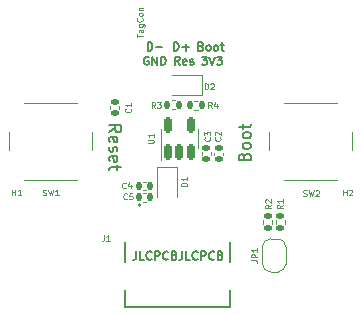
<source format=gto>
G04 #@! TF.GenerationSoftware,KiCad,Pcbnew,(6.0.10)*
G04 #@! TF.CreationDate,2023-07-05T14:15:12+02:00*
G04 #@! TF.ProjectId,USB-Tag,5553422d-5461-4672-9e6b-696361645f70,rev?*
G04 #@! TF.SameCoordinates,Original*
G04 #@! TF.FileFunction,Legend,Top*
G04 #@! TF.FilePolarity,Positive*
%FSLAX46Y46*%
G04 Gerber Fmt 4.6, Leading zero omitted, Abs format (unit mm)*
G04 Created by KiCad (PCBNEW (6.0.10)) date 2023-07-05 14:15:12*
%MOMM*%
%LPD*%
G01*
G04 APERTURE LIST*
G04 Aperture macros list*
%AMRoundRect*
0 Rectangle with rounded corners*
0 $1 Rounding radius*
0 $2 $3 $4 $5 $6 $7 $8 $9 X,Y pos of 4 corners*
0 Add a 4 corners polygon primitive as box body*
4,1,4,$2,$3,$4,$5,$6,$7,$8,$9,$2,$3,0*
0 Add four circle primitives for the rounded corners*
1,1,$1+$1,$2,$3*
1,1,$1+$1,$4,$5*
1,1,$1+$1,$6,$7*
1,1,$1+$1,$8,$9*
0 Add four rect primitives between the rounded corners*
20,1,$1+$1,$2,$3,$4,$5,0*
20,1,$1+$1,$4,$5,$6,$7,0*
20,1,$1+$1,$6,$7,$8,$9,0*
20,1,$1+$1,$8,$9,$2,$3,0*%
%AMFreePoly0*
4,1,22,0.500000,-0.750000,0.000000,-0.750000,0.000000,-0.745033,-0.079941,-0.743568,-0.215256,-0.701293,-0.333266,-0.622738,-0.424486,-0.514219,-0.481581,-0.384460,-0.499164,-0.250000,-0.500000,-0.250000,-0.500000,0.250000,-0.499164,0.250000,-0.499963,0.256109,-0.478152,0.396186,-0.417904,0.524511,-0.324060,0.630769,-0.204165,0.706417,-0.067858,0.745374,0.000000,0.744959,0.000000,0.750000,
0.500000,0.750000,0.500000,-0.750000,0.500000,-0.750000,$1*%
%AMFreePoly1*
4,1,20,0.000000,0.744959,0.073905,0.744508,0.209726,0.703889,0.328688,0.626782,0.421226,0.519385,0.479903,0.390333,0.500000,0.250000,0.500000,-0.250000,0.499851,-0.262216,0.476331,-0.402017,0.414519,-0.529596,0.319384,-0.634700,0.198574,-0.708877,0.061801,-0.746166,0.000000,-0.745033,0.000000,-0.750000,-0.500000,-0.750000,-0.500000,0.750000,0.000000,0.750000,0.000000,0.744959,
0.000000,0.744959,$1*%
G04 Aperture macros list end*
%ADD10C,0.150000*%
%ADD11C,0.175000*%
%ADD12C,0.100000*%
%ADD13C,0.120000*%
%ADD14C,0.127000*%
%ADD15C,0.200000*%
%ADD16C,0.010000*%
%ADD17RoundRect,0.135000X-0.185000X0.135000X-0.185000X-0.135000X0.185000X-0.135000X0.185000X0.135000X0*%
%ADD18FreePoly0,90.000000*%
%ADD19FreePoly1,90.000000*%
%ADD20C,0.600000*%
%ADD21O,0.900000X2.000000*%
%ADD22O,0.900000X1.700000*%
%ADD23RoundRect,0.150000X0.150000X-0.512500X0.150000X0.512500X-0.150000X0.512500X-0.150000X-0.512500X0*%
%ADD24RoundRect,0.135000X-0.135000X-0.185000X0.135000X-0.185000X0.135000X0.185000X-0.135000X0.185000X0*%
%ADD25RoundRect,0.140000X0.170000X-0.140000X0.170000X0.140000X-0.170000X0.140000X-0.170000X-0.140000X0*%
%ADD26C,2.000000*%
%ADD27C,0.800000*%
%ADD28C,7.000000*%
%ADD29RoundRect,0.135000X0.135000X0.185000X-0.135000X0.185000X-0.135000X-0.185000X0.135000X-0.185000X0*%
%ADD30R,0.450000X0.600000*%
%ADD31RoundRect,0.140000X-0.140000X-0.170000X0.140000X-0.170000X0.140000X0.170000X-0.140000X0.170000X0*%
%ADD32RoundRect,0.140000X0.140000X0.170000X-0.140000X0.170000X-0.140000X-0.170000X0.140000X-0.170000X0*%
%ADD33RoundRect,0.140000X-0.170000X0.140000X-0.170000X-0.140000X0.170000X-0.140000X0.170000X0.140000X0*%
%ADD34R,0.600000X0.450000*%
%ADD35R,1.150000X1.150000*%
%ADD36C,1.150000*%
G04 APERTURE END LIST*
D10*
X139216666Y-105266666D02*
X139216666Y-105766666D01*
X139183333Y-105866666D01*
X139116666Y-105933333D01*
X139016666Y-105966666D01*
X138950000Y-105966666D01*
X139883333Y-105966666D02*
X139550000Y-105966666D01*
X139550000Y-105266666D01*
X140516666Y-105900000D02*
X140483333Y-105933333D01*
X140383333Y-105966666D01*
X140316666Y-105966666D01*
X140216666Y-105933333D01*
X140150000Y-105866666D01*
X140116666Y-105800000D01*
X140083333Y-105666666D01*
X140083333Y-105566666D01*
X140116666Y-105433333D01*
X140150000Y-105366666D01*
X140216666Y-105300000D01*
X140316666Y-105266666D01*
X140383333Y-105266666D01*
X140483333Y-105300000D01*
X140516666Y-105333333D01*
X140816666Y-105966666D02*
X140816666Y-105266666D01*
X141083333Y-105266666D01*
X141150000Y-105300000D01*
X141183333Y-105333333D01*
X141216666Y-105400000D01*
X141216666Y-105500000D01*
X141183333Y-105566666D01*
X141150000Y-105600000D01*
X141083333Y-105633333D01*
X140816666Y-105633333D01*
X141916666Y-105900000D02*
X141883333Y-105933333D01*
X141783333Y-105966666D01*
X141716666Y-105966666D01*
X141616666Y-105933333D01*
X141550000Y-105866666D01*
X141516666Y-105800000D01*
X141483333Y-105666666D01*
X141483333Y-105566666D01*
X141516666Y-105433333D01*
X141550000Y-105366666D01*
X141616666Y-105300000D01*
X141716666Y-105266666D01*
X141783333Y-105266666D01*
X141883333Y-105300000D01*
X141916666Y-105333333D01*
X142450000Y-105600000D02*
X142550000Y-105633333D01*
X142583333Y-105666666D01*
X142616666Y-105733333D01*
X142616666Y-105833333D01*
X142583333Y-105900000D01*
X142550000Y-105933333D01*
X142483333Y-105966666D01*
X142216666Y-105966666D01*
X142216666Y-105266666D01*
X142450000Y-105266666D01*
X142516666Y-105300000D01*
X142550000Y-105333333D01*
X142583333Y-105400000D01*
X142583333Y-105466666D01*
X142550000Y-105533333D01*
X142516666Y-105566666D01*
X142450000Y-105600000D01*
X142216666Y-105600000D01*
X143116666Y-105266666D02*
X143116666Y-105766666D01*
X143083333Y-105866666D01*
X143016666Y-105933333D01*
X142916666Y-105966666D01*
X142850000Y-105966666D01*
X143783333Y-105966666D02*
X143450000Y-105966666D01*
X143450000Y-105266666D01*
X144416666Y-105900000D02*
X144383333Y-105933333D01*
X144283333Y-105966666D01*
X144216666Y-105966666D01*
X144116666Y-105933333D01*
X144050000Y-105866666D01*
X144016666Y-105800000D01*
X143983333Y-105666666D01*
X143983333Y-105566666D01*
X144016666Y-105433333D01*
X144050000Y-105366666D01*
X144116666Y-105300000D01*
X144216666Y-105266666D01*
X144283333Y-105266666D01*
X144383333Y-105300000D01*
X144416666Y-105333333D01*
X144716666Y-105966666D02*
X144716666Y-105266666D01*
X144983333Y-105266666D01*
X145050000Y-105300000D01*
X145083333Y-105333333D01*
X145116666Y-105400000D01*
X145116666Y-105500000D01*
X145083333Y-105566666D01*
X145050000Y-105600000D01*
X144983333Y-105633333D01*
X144716666Y-105633333D01*
X145816666Y-105900000D02*
X145783333Y-105933333D01*
X145683333Y-105966666D01*
X145616666Y-105966666D01*
X145516666Y-105933333D01*
X145450000Y-105866666D01*
X145416666Y-105800000D01*
X145383333Y-105666666D01*
X145383333Y-105566666D01*
X145416666Y-105433333D01*
X145450000Y-105366666D01*
X145516666Y-105300000D01*
X145616666Y-105266666D01*
X145683333Y-105266666D01*
X145783333Y-105300000D01*
X145816666Y-105333333D01*
X146350000Y-105600000D02*
X146450000Y-105633333D01*
X146483333Y-105666666D01*
X146516666Y-105733333D01*
X146516666Y-105833333D01*
X146483333Y-105900000D01*
X146450000Y-105933333D01*
X146383333Y-105966666D01*
X146116666Y-105966666D01*
X146116666Y-105266666D01*
X146350000Y-105266666D01*
X146416666Y-105300000D01*
X146450000Y-105333333D01*
X146483333Y-105400000D01*
X146483333Y-105466666D01*
X146450000Y-105533333D01*
X146416666Y-105566666D01*
X146350000Y-105600000D01*
X146116666Y-105600000D01*
D11*
X144716666Y-87900000D02*
X144816666Y-87933333D01*
X144850000Y-87966666D01*
X144883333Y-88033333D01*
X144883333Y-88133333D01*
X144850000Y-88200000D01*
X144816666Y-88233333D01*
X144750000Y-88266666D01*
X144483333Y-88266666D01*
X144483333Y-87566666D01*
X144716666Y-87566666D01*
X144783333Y-87600000D01*
X144816666Y-87633333D01*
X144850000Y-87700000D01*
X144850000Y-87766666D01*
X144816666Y-87833333D01*
X144783333Y-87866666D01*
X144716666Y-87900000D01*
X144483333Y-87900000D01*
X145283333Y-88266666D02*
X145216666Y-88233333D01*
X145183333Y-88200000D01*
X145150000Y-88133333D01*
X145150000Y-87933333D01*
X145183333Y-87866666D01*
X145216666Y-87833333D01*
X145283333Y-87800000D01*
X145383333Y-87800000D01*
X145450000Y-87833333D01*
X145483333Y-87866666D01*
X145516666Y-87933333D01*
X145516666Y-88133333D01*
X145483333Y-88200000D01*
X145450000Y-88233333D01*
X145383333Y-88266666D01*
X145283333Y-88266666D01*
X145916666Y-88266666D02*
X145850000Y-88233333D01*
X145816666Y-88200000D01*
X145783333Y-88133333D01*
X145783333Y-87933333D01*
X145816666Y-87866666D01*
X145850000Y-87833333D01*
X145916666Y-87800000D01*
X146016666Y-87800000D01*
X146083333Y-87833333D01*
X146116666Y-87866666D01*
X146150000Y-87933333D01*
X146150000Y-88133333D01*
X146116666Y-88200000D01*
X146083333Y-88233333D01*
X146016666Y-88266666D01*
X145916666Y-88266666D01*
X146350000Y-87800000D02*
X146616666Y-87800000D01*
X146450000Y-87566666D02*
X146450000Y-88166666D01*
X146483333Y-88233333D01*
X146550000Y-88266666D01*
X146616666Y-88266666D01*
X142433333Y-88266666D02*
X142433333Y-87566666D01*
X142600000Y-87566666D01*
X142700000Y-87600000D01*
X142766666Y-87666666D01*
X142800000Y-87733333D01*
X142833333Y-87866666D01*
X142833333Y-87966666D01*
X142800000Y-88100000D01*
X142766666Y-88166666D01*
X142700000Y-88233333D01*
X142600000Y-88266666D01*
X142433333Y-88266666D01*
X143133333Y-88000000D02*
X143666666Y-88000000D01*
X143400000Y-88266666D02*
X143400000Y-87733333D01*
X140183333Y-88266666D02*
X140183333Y-87566666D01*
X140350000Y-87566666D01*
X140450000Y-87600000D01*
X140516666Y-87666666D01*
X140550000Y-87733333D01*
X140583333Y-87866666D01*
X140583333Y-87966666D01*
X140550000Y-88100000D01*
X140516666Y-88166666D01*
X140450000Y-88233333D01*
X140350000Y-88266666D01*
X140183333Y-88266666D01*
X140883333Y-88000000D02*
X141416666Y-88000000D01*
X142908333Y-89466666D02*
X142675000Y-89133333D01*
X142508333Y-89466666D02*
X142508333Y-88766666D01*
X142775000Y-88766666D01*
X142841666Y-88800000D01*
X142875000Y-88833333D01*
X142908333Y-88900000D01*
X142908333Y-89000000D01*
X142875000Y-89066666D01*
X142841666Y-89100000D01*
X142775000Y-89133333D01*
X142508333Y-89133333D01*
X143475000Y-89433333D02*
X143408333Y-89466666D01*
X143275000Y-89466666D01*
X143208333Y-89433333D01*
X143175000Y-89366666D01*
X143175000Y-89100000D01*
X143208333Y-89033333D01*
X143275000Y-89000000D01*
X143408333Y-89000000D01*
X143475000Y-89033333D01*
X143508333Y-89100000D01*
X143508333Y-89166666D01*
X143175000Y-89233333D01*
X143775000Y-89433333D02*
X143841666Y-89466666D01*
X143975000Y-89466666D01*
X144041666Y-89433333D01*
X144075000Y-89366666D01*
X144075000Y-89333333D01*
X144041666Y-89266666D01*
X143975000Y-89233333D01*
X143875000Y-89233333D01*
X143808333Y-89200000D01*
X143775000Y-89133333D01*
X143775000Y-89100000D01*
X143808333Y-89033333D01*
X143875000Y-89000000D01*
X143975000Y-89000000D01*
X144041666Y-89033333D01*
X140266666Y-88800000D02*
X140200000Y-88766666D01*
X140100000Y-88766666D01*
X140000000Y-88800000D01*
X139933333Y-88866666D01*
X139900000Y-88933333D01*
X139866666Y-89066666D01*
X139866666Y-89166666D01*
X139900000Y-89300000D01*
X139933333Y-89366666D01*
X140000000Y-89433333D01*
X140100000Y-89466666D01*
X140166666Y-89466666D01*
X140266666Y-89433333D01*
X140300000Y-89400000D01*
X140300000Y-89166666D01*
X140166666Y-89166666D01*
X140600000Y-89466666D02*
X140600000Y-88766666D01*
X141000000Y-89466666D01*
X141000000Y-88766666D01*
X141333333Y-89466666D02*
X141333333Y-88766666D01*
X141500000Y-88766666D01*
X141600000Y-88800000D01*
X141666666Y-88866666D01*
X141700000Y-88933333D01*
X141733333Y-89066666D01*
X141733333Y-89166666D01*
X141700000Y-89300000D01*
X141666666Y-89366666D01*
X141600000Y-89433333D01*
X141500000Y-89466666D01*
X141333333Y-89466666D01*
X144783333Y-88766666D02*
X145216666Y-88766666D01*
X144983333Y-89033333D01*
X145083333Y-89033333D01*
X145150000Y-89066666D01*
X145183333Y-89100000D01*
X145216666Y-89166666D01*
X145216666Y-89333333D01*
X145183333Y-89400000D01*
X145150000Y-89433333D01*
X145083333Y-89466666D01*
X144883333Y-89466666D01*
X144816666Y-89433333D01*
X144783333Y-89400000D01*
X145416666Y-88766666D02*
X145650000Y-89466666D01*
X145883333Y-88766666D01*
X146050000Y-88766666D02*
X146483333Y-88766666D01*
X146250000Y-89033333D01*
X146350000Y-89033333D01*
X146416666Y-89066666D01*
X146450000Y-89100000D01*
X146483333Y-89166666D01*
X146483333Y-89333333D01*
X146450000Y-89400000D01*
X146416666Y-89433333D01*
X146350000Y-89466666D01*
X146150000Y-89466666D01*
X146083333Y-89433333D01*
X146050000Y-89400000D01*
D10*
X148388771Y-97219047D02*
X148436390Y-97076190D01*
X148484009Y-97028571D01*
X148579247Y-96980952D01*
X148722104Y-96980952D01*
X148817342Y-97028571D01*
X148864961Y-97076190D01*
X148912580Y-97171428D01*
X148912580Y-97552380D01*
X147912580Y-97552380D01*
X147912580Y-97219047D01*
X147960200Y-97123809D01*
X148007819Y-97076190D01*
X148103057Y-97028571D01*
X148198295Y-97028571D01*
X148293533Y-97076190D01*
X148341152Y-97123809D01*
X148388771Y-97219047D01*
X148388771Y-97552380D01*
X148912580Y-96409523D02*
X148864961Y-96504761D01*
X148817342Y-96552380D01*
X148722104Y-96600000D01*
X148436390Y-96600000D01*
X148341152Y-96552380D01*
X148293533Y-96504761D01*
X148245914Y-96409523D01*
X148245914Y-96266666D01*
X148293533Y-96171428D01*
X148341152Y-96123809D01*
X148436390Y-96076190D01*
X148722104Y-96076190D01*
X148817342Y-96123809D01*
X148864961Y-96171428D01*
X148912580Y-96266666D01*
X148912580Y-96409523D01*
X148912580Y-95504761D02*
X148864961Y-95600000D01*
X148817342Y-95647619D01*
X148722104Y-95695238D01*
X148436390Y-95695238D01*
X148341152Y-95647619D01*
X148293533Y-95600000D01*
X148245914Y-95504761D01*
X148245914Y-95361904D01*
X148293533Y-95266666D01*
X148341152Y-95219047D01*
X148436390Y-95171428D01*
X148722104Y-95171428D01*
X148817342Y-95219047D01*
X148864961Y-95266666D01*
X148912580Y-95361904D01*
X148912580Y-95504761D01*
X148245914Y-94885714D02*
X148245914Y-94504761D01*
X147912580Y-94742857D02*
X148769723Y-94742857D01*
X148864961Y-94695238D01*
X148912580Y-94600000D01*
X148912580Y-94504761D01*
X136947619Y-95161904D02*
X137423809Y-94828571D01*
X136947619Y-94590476D02*
X137947619Y-94590476D01*
X137947619Y-94971428D01*
X137900000Y-95066666D01*
X137852380Y-95114285D01*
X137757142Y-95161904D01*
X137614285Y-95161904D01*
X137519047Y-95114285D01*
X137471428Y-95066666D01*
X137423809Y-94971428D01*
X137423809Y-94590476D01*
X136995238Y-95971428D02*
X136947619Y-95876190D01*
X136947619Y-95685714D01*
X136995238Y-95590476D01*
X137090476Y-95542857D01*
X137471428Y-95542857D01*
X137566666Y-95590476D01*
X137614285Y-95685714D01*
X137614285Y-95876190D01*
X137566666Y-95971428D01*
X137471428Y-96019047D01*
X137376190Y-96019047D01*
X137280952Y-95542857D01*
X136995238Y-96400000D02*
X136947619Y-96495238D01*
X136947619Y-96685714D01*
X136995238Y-96780952D01*
X137090476Y-96828571D01*
X137138095Y-96828571D01*
X137233333Y-96780952D01*
X137280952Y-96685714D01*
X137280952Y-96542857D01*
X137328571Y-96447619D01*
X137423809Y-96400000D01*
X137471428Y-96400000D01*
X137566666Y-96447619D01*
X137614285Y-96542857D01*
X137614285Y-96685714D01*
X137566666Y-96780952D01*
X136995238Y-97638095D02*
X136947619Y-97542857D01*
X136947619Y-97352380D01*
X136995238Y-97257142D01*
X137090476Y-97209523D01*
X137471428Y-97209523D01*
X137566666Y-97257142D01*
X137614285Y-97352380D01*
X137614285Y-97542857D01*
X137566666Y-97638095D01*
X137471428Y-97685714D01*
X137376190Y-97685714D01*
X137280952Y-97209523D01*
X137614285Y-97971428D02*
X137614285Y-98352380D01*
X137947619Y-98114285D02*
X137090476Y-98114285D01*
X136995238Y-98161904D01*
X136947619Y-98257142D01*
X136947619Y-98352380D01*
D12*
X150626190Y-101333333D02*
X150388095Y-101500000D01*
X150626190Y-101619047D02*
X150126190Y-101619047D01*
X150126190Y-101428571D01*
X150150000Y-101380952D01*
X150173809Y-101357142D01*
X150221428Y-101333333D01*
X150292857Y-101333333D01*
X150340476Y-101357142D01*
X150364285Y-101380952D01*
X150388095Y-101428571D01*
X150388095Y-101619047D01*
X150173809Y-101142857D02*
X150150000Y-101119047D01*
X150126190Y-101071428D01*
X150126190Y-100952380D01*
X150150000Y-100904761D01*
X150173809Y-100880952D01*
X150221428Y-100857142D01*
X150269047Y-100857142D01*
X150340476Y-100880952D01*
X150626190Y-101166666D01*
X150626190Y-100857142D01*
X151626190Y-101333333D02*
X151388095Y-101500000D01*
X151626190Y-101619047D02*
X151126190Y-101619047D01*
X151126190Y-101428571D01*
X151150000Y-101380952D01*
X151173809Y-101357142D01*
X151221428Y-101333333D01*
X151292857Y-101333333D01*
X151340476Y-101357142D01*
X151364285Y-101380952D01*
X151388095Y-101428571D01*
X151388095Y-101619047D01*
X151626190Y-100857142D02*
X151626190Y-101142857D01*
X151626190Y-101000000D02*
X151126190Y-101000000D01*
X151197619Y-101047619D01*
X151245238Y-101095238D01*
X151269047Y-101142857D01*
X148976190Y-106016666D02*
X149333333Y-106016666D01*
X149404761Y-106040476D01*
X149452380Y-106088095D01*
X149476190Y-106159523D01*
X149476190Y-106207142D01*
X149476190Y-105778571D02*
X148976190Y-105778571D01*
X148976190Y-105588095D01*
X149000000Y-105540476D01*
X149023809Y-105516666D01*
X149071428Y-105492857D01*
X149142857Y-105492857D01*
X149190476Y-105516666D01*
X149214285Y-105540476D01*
X149238095Y-105588095D01*
X149238095Y-105778571D01*
X149476190Y-105016666D02*
X149476190Y-105302380D01*
X149476190Y-105159523D02*
X148976190Y-105159523D01*
X149047619Y-105207142D01*
X149095238Y-105254761D01*
X149119047Y-105302380D01*
X136483333Y-103876190D02*
X136483333Y-104233333D01*
X136459523Y-104304761D01*
X136411904Y-104352380D01*
X136340476Y-104376190D01*
X136292857Y-104376190D01*
X136983333Y-104376190D02*
X136697619Y-104376190D01*
X136840476Y-104376190D02*
X136840476Y-103876190D01*
X136792857Y-103947619D01*
X136745238Y-103995238D01*
X136697619Y-104019047D01*
X140201190Y-96088152D02*
X140605952Y-96088152D01*
X140653571Y-96064342D01*
X140677380Y-96040533D01*
X140701190Y-95992914D01*
X140701190Y-95897676D01*
X140677380Y-95850057D01*
X140653571Y-95826247D01*
X140605952Y-95802438D01*
X140201190Y-95802438D01*
X140701190Y-95302438D02*
X140701190Y-95588152D01*
X140701190Y-95445295D02*
X140201190Y-95445295D01*
X140272619Y-95492914D01*
X140320238Y-95540533D01*
X140344047Y-95588152D01*
X140816666Y-93126190D02*
X140650000Y-92888095D01*
X140530952Y-93126190D02*
X140530952Y-92626190D01*
X140721428Y-92626190D01*
X140769047Y-92650000D01*
X140792857Y-92673809D01*
X140816666Y-92721428D01*
X140816666Y-92792857D01*
X140792857Y-92840476D01*
X140769047Y-92864285D01*
X140721428Y-92888095D01*
X140530952Y-92888095D01*
X140983333Y-92626190D02*
X141292857Y-92626190D01*
X141126190Y-92816666D01*
X141197619Y-92816666D01*
X141245238Y-92840476D01*
X141269047Y-92864285D01*
X141292857Y-92911904D01*
X141292857Y-93030952D01*
X141269047Y-93078571D01*
X141245238Y-93102380D01*
X141197619Y-93126190D01*
X141054761Y-93126190D01*
X141007142Y-93102380D01*
X140983333Y-93078571D01*
X145441171Y-95612733D02*
X145464980Y-95636542D01*
X145488790Y-95707971D01*
X145488790Y-95755590D01*
X145464980Y-95827019D01*
X145417361Y-95874638D01*
X145369742Y-95898447D01*
X145274504Y-95922257D01*
X145203076Y-95922257D01*
X145107838Y-95898447D01*
X145060219Y-95874638D01*
X145012600Y-95827019D01*
X144988790Y-95755590D01*
X144988790Y-95707971D01*
X145012600Y-95636542D01*
X145036409Y-95612733D01*
X144988790Y-95446066D02*
X144988790Y-95136542D01*
X145179266Y-95303209D01*
X145179266Y-95231780D01*
X145203076Y-95184161D01*
X145226885Y-95160352D01*
X145274504Y-95136542D01*
X145393552Y-95136542D01*
X145441171Y-95160352D01*
X145464980Y-95184161D01*
X145488790Y-95231780D01*
X145488790Y-95374638D01*
X145464980Y-95422257D01*
X145441171Y-95446066D01*
X131311733Y-100506980D02*
X131383161Y-100530790D01*
X131502209Y-100530790D01*
X131549828Y-100506980D01*
X131573638Y-100483171D01*
X131597447Y-100435552D01*
X131597447Y-100387933D01*
X131573638Y-100340314D01*
X131549828Y-100316504D01*
X131502209Y-100292695D01*
X131406971Y-100268885D01*
X131359352Y-100245076D01*
X131335542Y-100221266D01*
X131311733Y-100173647D01*
X131311733Y-100126028D01*
X131335542Y-100078409D01*
X131359352Y-100054600D01*
X131406971Y-100030790D01*
X131526019Y-100030790D01*
X131597447Y-100054600D01*
X131764114Y-100030790D02*
X131883161Y-100530790D01*
X131978400Y-100173647D01*
X132073638Y-100530790D01*
X132192685Y-100030790D01*
X132645066Y-100530790D02*
X132359352Y-100530790D01*
X132502209Y-100530790D02*
X132502209Y-100030790D01*
X132454590Y-100102219D01*
X132406971Y-100149838D01*
X132359352Y-100173647D01*
X128701847Y-100526190D02*
X128701847Y-100026190D01*
X128701847Y-100264285D02*
X128987561Y-100264285D01*
X128987561Y-100526190D02*
X128987561Y-100026190D01*
X129487561Y-100526190D02*
X129201847Y-100526190D01*
X129344704Y-100526190D02*
X129344704Y-100026190D01*
X129297085Y-100097619D01*
X129249466Y-100145238D01*
X129201847Y-100169047D01*
X145616666Y-93126190D02*
X145450000Y-92888095D01*
X145330952Y-93126190D02*
X145330952Y-92626190D01*
X145521428Y-92626190D01*
X145569047Y-92650000D01*
X145592857Y-92673809D01*
X145616666Y-92721428D01*
X145616666Y-92792857D01*
X145592857Y-92840476D01*
X145569047Y-92864285D01*
X145521428Y-92888095D01*
X145330952Y-92888095D01*
X146045238Y-92792857D02*
X146045238Y-93126190D01*
X145926190Y-92602380D02*
X145807142Y-92959523D01*
X146116666Y-92959523D01*
X146330171Y-95612733D02*
X146353980Y-95636542D01*
X146377790Y-95707971D01*
X146377790Y-95755590D01*
X146353980Y-95827019D01*
X146306361Y-95874638D01*
X146258742Y-95898447D01*
X146163504Y-95922257D01*
X146092076Y-95922257D01*
X145996838Y-95898447D01*
X145949219Y-95874638D01*
X145901600Y-95827019D01*
X145877790Y-95755590D01*
X145877790Y-95707971D01*
X145901600Y-95636542D01*
X145925409Y-95612733D01*
X145925409Y-95422257D02*
X145901600Y-95398447D01*
X145877790Y-95350828D01*
X145877790Y-95231780D01*
X145901600Y-95184161D01*
X145925409Y-95160352D01*
X145973028Y-95136542D01*
X146020647Y-95136542D01*
X146092076Y-95160352D01*
X146377790Y-95446066D01*
X146377790Y-95136542D01*
X143526190Y-99719047D02*
X143026190Y-99719047D01*
X143026190Y-99600000D01*
X143050000Y-99528571D01*
X143097619Y-99480952D01*
X143145238Y-99457142D01*
X143240476Y-99433333D01*
X143311904Y-99433333D01*
X143407142Y-99457142D01*
X143454761Y-99480952D01*
X143502380Y-99528571D01*
X143526190Y-99600000D01*
X143526190Y-99719047D01*
X143526190Y-98957142D02*
X143526190Y-99242857D01*
X143526190Y-99100000D02*
X143026190Y-99100000D01*
X143097619Y-99147619D01*
X143145238Y-99195238D01*
X143169047Y-99242857D01*
X156743447Y-100526190D02*
X156743447Y-100026190D01*
X156743447Y-100264285D02*
X157029161Y-100264285D01*
X157029161Y-100526190D02*
X157029161Y-100026190D01*
X157243447Y-100073809D02*
X157267257Y-100050000D01*
X157314876Y-100026190D01*
X157433923Y-100026190D01*
X157481542Y-100050000D01*
X157505352Y-100073809D01*
X157529161Y-100121428D01*
X157529161Y-100169047D01*
X157505352Y-100240476D01*
X157219638Y-100526190D01*
X157529161Y-100526190D01*
X153358733Y-100557780D02*
X153430161Y-100581590D01*
X153549209Y-100581590D01*
X153596828Y-100557780D01*
X153620638Y-100533971D01*
X153644447Y-100486352D01*
X153644447Y-100438733D01*
X153620638Y-100391114D01*
X153596828Y-100367304D01*
X153549209Y-100343495D01*
X153453971Y-100319685D01*
X153406352Y-100295876D01*
X153382542Y-100272066D01*
X153358733Y-100224447D01*
X153358733Y-100176828D01*
X153382542Y-100129209D01*
X153406352Y-100105400D01*
X153453971Y-100081590D01*
X153573019Y-100081590D01*
X153644447Y-100105400D01*
X153811114Y-100081590D02*
X153930161Y-100581590D01*
X154025400Y-100224447D01*
X154120638Y-100581590D01*
X154239685Y-100081590D01*
X154406352Y-100129209D02*
X154430161Y-100105400D01*
X154477780Y-100081590D01*
X154596828Y-100081590D01*
X154644447Y-100105400D01*
X154668257Y-100129209D01*
X154692066Y-100176828D01*
X154692066Y-100224447D01*
X154668257Y-100295876D01*
X154382542Y-100581590D01*
X154692066Y-100581590D01*
X138338066Y-99887971D02*
X138314257Y-99911780D01*
X138242828Y-99935590D01*
X138195209Y-99935590D01*
X138123780Y-99911780D01*
X138076161Y-99864161D01*
X138052352Y-99816542D01*
X138028542Y-99721304D01*
X138028542Y-99649876D01*
X138052352Y-99554638D01*
X138076161Y-99507019D01*
X138123780Y-99459400D01*
X138195209Y-99435590D01*
X138242828Y-99435590D01*
X138314257Y-99459400D01*
X138338066Y-99483209D01*
X138766638Y-99602257D02*
X138766638Y-99935590D01*
X138647590Y-99411780D02*
X138528542Y-99768923D01*
X138838066Y-99768923D01*
X138439666Y-100802371D02*
X138415857Y-100826180D01*
X138344428Y-100849990D01*
X138296809Y-100849990D01*
X138225380Y-100826180D01*
X138177761Y-100778561D01*
X138153952Y-100730942D01*
X138130142Y-100635704D01*
X138130142Y-100564276D01*
X138153952Y-100469038D01*
X138177761Y-100421419D01*
X138225380Y-100373800D01*
X138296809Y-100349990D01*
X138344428Y-100349990D01*
X138415857Y-100373800D01*
X138439666Y-100397609D01*
X138892047Y-100349990D02*
X138653952Y-100349990D01*
X138630142Y-100588085D01*
X138653952Y-100564276D01*
X138701571Y-100540466D01*
X138820619Y-100540466D01*
X138868238Y-100564276D01*
X138892047Y-100588085D01*
X138915857Y-100635704D01*
X138915857Y-100754752D01*
X138892047Y-100802371D01*
X138868238Y-100826180D01*
X138820619Y-100849990D01*
X138701571Y-100849990D01*
X138653952Y-100826180D01*
X138630142Y-100802371D01*
X138738571Y-93183333D02*
X138762380Y-93207142D01*
X138786190Y-93278571D01*
X138786190Y-93326190D01*
X138762380Y-93397619D01*
X138714761Y-93445238D01*
X138667142Y-93469047D01*
X138571904Y-93492857D01*
X138500476Y-93492857D01*
X138405238Y-93469047D01*
X138357619Y-93445238D01*
X138310000Y-93397619D01*
X138286190Y-93326190D01*
X138286190Y-93278571D01*
X138310000Y-93207142D01*
X138333809Y-93183333D01*
X138786190Y-92707142D02*
X138786190Y-92992857D01*
X138786190Y-92850000D02*
X138286190Y-92850000D01*
X138357619Y-92897619D01*
X138405238Y-92945238D01*
X138429047Y-92992857D01*
X145030952Y-91526190D02*
X145030952Y-91026190D01*
X145150000Y-91026190D01*
X145221428Y-91050000D01*
X145269047Y-91097619D01*
X145292857Y-91145238D01*
X145316666Y-91240476D01*
X145316666Y-91311904D01*
X145292857Y-91407142D01*
X145269047Y-91454761D01*
X145221428Y-91502380D01*
X145150000Y-91526190D01*
X145030952Y-91526190D01*
X145507142Y-91073809D02*
X145530952Y-91050000D01*
X145578571Y-91026190D01*
X145697619Y-91026190D01*
X145745238Y-91050000D01*
X145769047Y-91073809D01*
X145792857Y-91121428D01*
X145792857Y-91169047D01*
X145769047Y-91240476D01*
X145483333Y-91526190D01*
X145792857Y-91526190D01*
X139276190Y-87147619D02*
X139276190Y-86861904D01*
X139776190Y-87004761D02*
X139276190Y-87004761D01*
X139776190Y-86480952D02*
X139514285Y-86480952D01*
X139466666Y-86504761D01*
X139442857Y-86552380D01*
X139442857Y-86647619D01*
X139466666Y-86695238D01*
X139752380Y-86480952D02*
X139776190Y-86528571D01*
X139776190Y-86647619D01*
X139752380Y-86695238D01*
X139704761Y-86719047D01*
X139657142Y-86719047D01*
X139609523Y-86695238D01*
X139585714Y-86647619D01*
X139585714Y-86528571D01*
X139561904Y-86480952D01*
X139442857Y-86028571D02*
X139847619Y-86028571D01*
X139895238Y-86052380D01*
X139919047Y-86076190D01*
X139942857Y-86123809D01*
X139942857Y-86195238D01*
X139919047Y-86242857D01*
X139752380Y-86028571D02*
X139776190Y-86076190D01*
X139776190Y-86171428D01*
X139752380Y-86219047D01*
X139728571Y-86242857D01*
X139680952Y-86266666D01*
X139538095Y-86266666D01*
X139490476Y-86242857D01*
X139466666Y-86219047D01*
X139442857Y-86171428D01*
X139442857Y-86076190D01*
X139466666Y-86028571D01*
X139728571Y-85504761D02*
X139752380Y-85528571D01*
X139776190Y-85600000D01*
X139776190Y-85647619D01*
X139752380Y-85719047D01*
X139704761Y-85766666D01*
X139657142Y-85790476D01*
X139561904Y-85814285D01*
X139490476Y-85814285D01*
X139395238Y-85790476D01*
X139347619Y-85766666D01*
X139300000Y-85719047D01*
X139276190Y-85647619D01*
X139276190Y-85600000D01*
X139300000Y-85528571D01*
X139323809Y-85504761D01*
X139776190Y-85219047D02*
X139752380Y-85266666D01*
X139728571Y-85290476D01*
X139680952Y-85314285D01*
X139538095Y-85314285D01*
X139490476Y-85290476D01*
X139466666Y-85266666D01*
X139442857Y-85219047D01*
X139442857Y-85147619D01*
X139466666Y-85100000D01*
X139490476Y-85076190D01*
X139538095Y-85052380D01*
X139680952Y-85052380D01*
X139728571Y-85076190D01*
X139752380Y-85100000D01*
X139776190Y-85147619D01*
X139776190Y-85219047D01*
X139442857Y-84838095D02*
X139776190Y-84838095D01*
X139490476Y-84838095D02*
X139466666Y-84814285D01*
X139442857Y-84766666D01*
X139442857Y-84695238D01*
X139466666Y-84647619D01*
X139514285Y-84623809D01*
X139776190Y-84623809D01*
D13*
X150730000Y-102596359D02*
X150730000Y-102903641D01*
X149970000Y-102596359D02*
X149970000Y-102903641D01*
X151780000Y-102596359D02*
X151780000Y-102903641D01*
X151020000Y-102596359D02*
X151020000Y-102903641D01*
X151900000Y-104900000D02*
X151900000Y-106300000D01*
X149900000Y-106300000D02*
X149900000Y-104900000D01*
X151200000Y-107000000D02*
X150600000Y-107000000D01*
X150600000Y-104200000D02*
X151200000Y-104200000D01*
X149900000Y-106300000D02*
G75*
G03*
X150600000Y-107000000I699999J-1D01*
G01*
X151200000Y-107000000D02*
G75*
G03*
X151900000Y-106300000I1J699999D01*
G01*
X151900000Y-104900000D02*
G75*
G03*
X151200000Y-104200000I-700000J0D01*
G01*
X150600000Y-104200000D02*
G75*
G03*
X149900000Y-104900000I0J-700000D01*
G01*
D14*
X147170000Y-109950000D02*
X147170000Y-108520000D01*
X147170000Y-104500000D02*
X147170000Y-106180000D01*
X138230000Y-104500000D02*
X138230000Y-106180000D01*
X138230000Y-109950000D02*
X138230000Y-108520000D01*
X138230000Y-109950000D02*
X147170000Y-109950000D01*
D15*
X139600000Y-101350000D02*
G75*
G03*
X139600000Y-101350000I-100000J0D01*
G01*
D13*
X144435000Y-95707200D02*
X144435000Y-94907200D01*
X141315000Y-95707200D02*
X141315000Y-97507200D01*
X144435000Y-95707200D02*
X144435000Y-96507200D01*
X141315000Y-95707200D02*
X141315000Y-94907200D01*
X142213359Y-93242400D02*
X142520641Y-93242400D01*
X142213359Y-92482400D02*
X142520641Y-92482400D01*
X145521000Y-97087636D02*
X145521000Y-96871964D01*
X144801000Y-97087636D02*
X144801000Y-96871964D01*
X134228400Y-92685800D02*
X129728400Y-92685800D01*
X128478400Y-95185800D02*
X128478400Y-96685800D01*
X135478400Y-96685800D02*
X135478400Y-95185800D01*
X129728400Y-99185800D02*
X134228400Y-99185800D01*
X144453641Y-92507800D02*
X144146359Y-92507800D01*
X144453641Y-93267800D02*
X144146359Y-93267800D01*
X145842400Y-97110436D02*
X145842400Y-96894764D01*
X146562400Y-97110436D02*
X146562400Y-96894764D01*
X141009000Y-98118800D02*
X141009000Y-100668800D01*
X142709000Y-98118800D02*
X142709000Y-100668800D01*
X142709000Y-98118800D02*
X141009000Y-98118800D01*
X150500000Y-95185800D02*
X150500000Y-96685800D01*
X156250000Y-92685800D02*
X151750000Y-92685800D01*
X151750000Y-99185800D02*
X156250000Y-99185800D01*
X157500000Y-96685800D02*
X157500000Y-95185800D01*
X139812164Y-99374800D02*
X140027836Y-99374800D01*
X139812164Y-100094800D02*
X140027836Y-100094800D01*
X140027836Y-100340000D02*
X139812164Y-100340000D01*
X140027836Y-101060000D02*
X139812164Y-101060000D01*
X137040000Y-92992164D02*
X137040000Y-93207836D01*
X137760000Y-92992164D02*
X137760000Y-93207836D01*
X144800000Y-90350000D02*
X142250000Y-90350000D01*
X144800000Y-92050000D02*
X142250000Y-92050000D01*
X144800000Y-92050000D02*
X144800000Y-90350000D01*
%LPC*%
G36*
X144150000Y-103220000D02*
G01*
X143750000Y-103220000D01*
X143750000Y-101980000D01*
X144150000Y-101980000D01*
X144150000Y-103220000D01*
G37*
D16*
X144150000Y-103220000D02*
X143750000Y-103220000D01*
X143750000Y-101980000D01*
X144150000Y-101980000D01*
X144150000Y-103220000D01*
G36*
X139850000Y-103220000D02*
G01*
X139150000Y-103220000D01*
X139150000Y-101980000D01*
X139850000Y-101980000D01*
X139850000Y-103220000D01*
G37*
X139850000Y-103220000D02*
X139150000Y-103220000D01*
X139150000Y-101980000D01*
X139850000Y-101980000D01*
X139850000Y-103220000D01*
G36*
X143150000Y-103220000D02*
G01*
X142750000Y-103220000D01*
X142750000Y-101980000D01*
X143150000Y-101980000D01*
X143150000Y-103220000D01*
G37*
X143150000Y-103220000D02*
X142750000Y-103220000D01*
X142750000Y-101980000D01*
X143150000Y-101980000D01*
X143150000Y-103220000D01*
G36*
X143650000Y-103220000D02*
G01*
X143250000Y-103220000D01*
X143250000Y-101980000D01*
X143650000Y-101980000D01*
X143650000Y-103220000D01*
G37*
X143650000Y-103220000D02*
X143250000Y-103220000D01*
X143250000Y-101980000D01*
X143650000Y-101980000D01*
X143650000Y-103220000D01*
G36*
X144650000Y-103220000D02*
G01*
X144250000Y-103220000D01*
X144250000Y-101980000D01*
X144650000Y-101980000D01*
X144650000Y-103220000D01*
G37*
X144650000Y-103220000D02*
X144250000Y-103220000D01*
X144250000Y-101980000D01*
X144650000Y-101980000D01*
X144650000Y-103220000D01*
G36*
X142650000Y-103220000D02*
G01*
X142250000Y-103220000D01*
X142250000Y-101980000D01*
X142650000Y-101980000D01*
X142650000Y-103220000D01*
G37*
X142650000Y-103220000D02*
X142250000Y-103220000D01*
X142250000Y-101980000D01*
X142650000Y-101980000D01*
X142650000Y-103220000D01*
G36*
X140650000Y-103220000D02*
G01*
X139950000Y-103220000D01*
X139950000Y-101980000D01*
X140650000Y-101980000D01*
X140650000Y-103220000D01*
G37*
X140650000Y-103220000D02*
X139950000Y-103220000D01*
X139950000Y-101980000D01*
X140650000Y-101980000D01*
X140650000Y-103220000D01*
G36*
X141150000Y-103220000D02*
G01*
X140750000Y-103220000D01*
X140750000Y-101980000D01*
X141150000Y-101980000D01*
X141150000Y-103220000D01*
G37*
X141150000Y-103220000D02*
X140750000Y-103220000D01*
X140750000Y-101980000D01*
X141150000Y-101980000D01*
X141150000Y-103220000D01*
G36*
X146250000Y-103220000D02*
G01*
X145550000Y-103220000D01*
X145550000Y-101980000D01*
X146250000Y-101980000D01*
X146250000Y-103220000D01*
G37*
X146250000Y-103220000D02*
X145550000Y-103220000D01*
X145550000Y-101980000D01*
X146250000Y-101980000D01*
X146250000Y-103220000D01*
G36*
X142150000Y-103220000D02*
G01*
X141750000Y-103220000D01*
X141750000Y-101980000D01*
X142150000Y-101980000D01*
X142150000Y-103220000D01*
G37*
X142150000Y-103220000D02*
X141750000Y-103220000D01*
X141750000Y-101980000D01*
X142150000Y-101980000D01*
X142150000Y-103220000D01*
G36*
X145450000Y-103220000D02*
G01*
X144750000Y-103220000D01*
X144750000Y-101980000D01*
X145450000Y-101980000D01*
X145450000Y-103220000D01*
G37*
X145450000Y-103220000D02*
X144750000Y-103220000D01*
X144750000Y-101980000D01*
X145450000Y-101980000D01*
X145450000Y-103220000D01*
G36*
X141650000Y-103220000D02*
G01*
X141250000Y-103220000D01*
X141250000Y-101980000D01*
X141650000Y-101980000D01*
X141650000Y-103220000D01*
G37*
X141650000Y-103220000D02*
X141250000Y-103220000D01*
X141250000Y-101980000D01*
X141650000Y-101980000D01*
X141650000Y-103220000D01*
D17*
X150350000Y-102240000D03*
X150350000Y-103260000D03*
X151400000Y-102240000D03*
X151400000Y-103260000D03*
D18*
X150900000Y-106250000D03*
D19*
X150900000Y-104950000D03*
D20*
X145590000Y-103670000D03*
X139810000Y-103670000D03*
D21*
X138375000Y-103180000D03*
X147025000Y-103180000D03*
D22*
X138375000Y-107350000D03*
X147025000Y-107350000D03*
D23*
X141925000Y-96844700D03*
X142875000Y-96844700D03*
X143825000Y-96844700D03*
X143825000Y-94569700D03*
X141925000Y-94569700D03*
D24*
X141857000Y-92862400D03*
X142877000Y-92862400D03*
D25*
X145161000Y-97459800D03*
X145161000Y-96499800D03*
D26*
X135228400Y-93685800D03*
X128728400Y-93685800D03*
X135228400Y-98185800D03*
X128728400Y-98185800D03*
D27*
X130938955Y-102943845D03*
X127226645Y-102943845D03*
X129082800Y-102175000D03*
X126457800Y-104800000D03*
X129082800Y-107425000D03*
D28*
X129082800Y-104800000D03*
D27*
X130938955Y-106656155D03*
X131707800Y-104800000D03*
X127226645Y-106656155D03*
D29*
X144810000Y-92887800D03*
X143790000Y-92887800D03*
D25*
X146202400Y-97482600D03*
X146202400Y-96522600D03*
D30*
X141859000Y-98568800D03*
X141859000Y-100668800D03*
D27*
X157124400Y-102175000D03*
X154499400Y-104800000D03*
X159749400Y-104800000D03*
X158980555Y-102943845D03*
X158980555Y-106656155D03*
X157124400Y-107425000D03*
D28*
X157124400Y-104800000D03*
D27*
X155268245Y-106656155D03*
X155268245Y-102943845D03*
D26*
X150750000Y-93685800D03*
X157250000Y-93685800D03*
X157250000Y-98185800D03*
X150750000Y-98185800D03*
D31*
X139440000Y-99734800D03*
X140400000Y-99734800D03*
D32*
X140400000Y-100700000D03*
X139440000Y-100700000D03*
D33*
X137400000Y-92620000D03*
X137400000Y-93580000D03*
D34*
X144350000Y-91200000D03*
X142250000Y-91200000D03*
D35*
X145200000Y-86100000D03*
D36*
X145200000Y-84100000D03*
X143200000Y-86100000D03*
X143200000Y-84100000D03*
X141200000Y-86100000D03*
X141200000Y-84100000D03*
M02*

</source>
